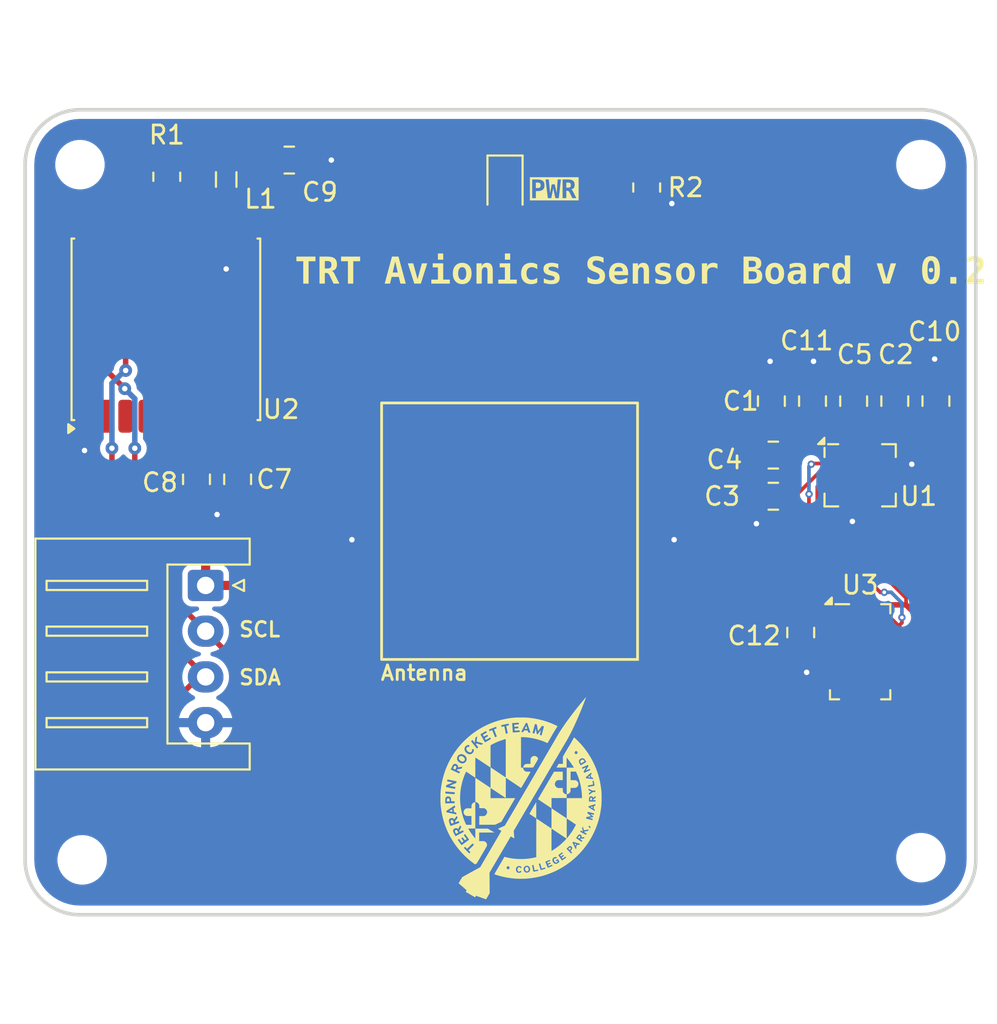
<source format=kicad_pcb>
(kicad_pcb (version 20240108) (generator "pcbnew") (generator_version "8.0")
  (layers (0 "F.Cu" signal) (31 "B.Cu" signal) (34 "B.Paste" user) (35 "F.Paste" user) (36 "B.SilkS" user "B.Silkscreen") (37 "F.SilkS" user "F.Silkscreen") (38 "B.Mask" user) (39 "F.Mask" user) (44 "Edge.Cuts" user))
  (net 0 "")
  (net 1 "GND")
  (net 2 "+3.3V")
  (net 3 "/RF_IN")
  (net 4 "/Antenna Power")
  (net 5 "Net-(U1-CAP)")
  (net 6 "Net-(U1-C1)")
  (net 7 "Net-(D1-K)")
  (net 8 "/VCC_RF")
  (net 24 "SCL1")
  (net 25 "SDA1")
  (footprint "LED_SMD:LED_0805_2012Metric" (layer "F.Cu") (at 97.25 55.1875 -90)
    (property "Reference" "D1" (hide yes))
    (property "Value" "PWR")
    (pad "1" smd roundrect (at -0.9375 0 270) (size 0.975 1.4) (layers "F.Cu" "F.Paste" "F.Mask") (net 7 "Net-(D1-K)"))
    (pad "2" smd roundrect (at 0.9375 0 270) (size 0.975 1.4) (layers "F.Cu" "F.Paste" "F.Mask") (net 2 "+3.3V"))
  )
  (footprint "PatchAntenna:SGGP.12.A" (layer "F.Cu") (at 96.992 76.111 180)
    (property "Reference" "Antenna1" (hide yes))
    (property "Value" "Antenna_Chip")
    (pad "1" smd rect (at -0.508 7.476 180) (size 1.5 1.5) (layers "F.Cu" "F.Paste" "F.Mask") (net 3 "/RF_IN"))
    (pad "2" smd rect (at -5.008 6.076 180) (size 2.3 2.3) (layers "F.Cu" "F.Paste" "F.Mask") (net 1 "GND"))
    (pad "3" smd rect (at 3.992 6.076 180) (size 2.3 2.3) (layers "F.Cu" "F.Paste" "F.Mask") (net 1 "GND"))
    (pad "4" smd rect (at -5.008 1.576 180) (size 2.3 2.3) (layers "F.Cu" "F.Paste" "F.Mask") (net 1 "GND"))
    (pad "5" smd rect (at -0.508 1.576 180) (size 2.3 2.3) (layers "F.Cu" "F.Paste" "F.Mask") (net 1 "GND"))
    (pad "6" smd rect (at 3.992 1.576 180) (size 2.3 2.3) (layers "F.Cu" "F.Paste" "F.Mask") (net 1 "GND"))
    (pad "7" smd rect (at -5.008 -2.924 180) (size 2.3 2.3) (layers "F.Cu" "F.Paste" "F.Mask") (net 1 "GND"))
    (pad "8" smd rect (at -0.508 -2.924 180) (size 2.3 2.3) (layers "F.Cu" "F.Paste" "F.Mask") (net 1 "GND"))
    (pad "9" smd rect (at 3.992 -2.924 180) (size 2.3 2.3) (layers "F.Cu" "F.Paste" "F.Mask") (net 1 "GND"))
  )
  (footprint "Package_LGA:LGA-24L_3x3.5mm_P0.43mm" (layer "F.Cu") (at 116.675 70.98)
    (property "Reference" "U1" (at 3.2 1.145 0) (layer "F.SilkS"))
    (property "Value" "LSM9DS1")
    (pad "1" smd rect (at -1.505 -1.225) (size 0.23 0.35) (layers "F.Cu" "F.Paste" "F.Mask") (net 2 "+3.3V"))
    (pad "2" smd rect (at -1.475 -0.645) (size 0.35 0.23) (layers "F.Cu" "F.Paste" "F.Mask") (net 24 "SCL1"))
    (pad "3" smd rect (at -1.475 -0.215) (size 0.35 0.23) (layers "F.Cu" "F.Paste" "F.Mask") (net 2 "+3.3V"))
    (pad "4" smd rect (at -1.475 0.215) (size 0.35 0.23) (layers "F.Cu" "F.Paste" "F.Mask") (net 25 "SDA1"))
    (pad "5" smd rect (at -1.475 0.645) (size 0.35 0.23) (layers "F.Cu" "F.Paste" "F.Mask") (net 1 "GND"))
    (pad "6" smd rect (at -1.505 1.225) (size 0.23 0.35) (layers "F.Cu" "F.Paste" "F.Mask") (net 1 "GND"))
    (pad "7" smd rect (at -1.075 1.225) (size 0.23 0.35) (layers "F.Cu" "F.Paste" "F.Mask") (net 2 "+3.3V"))
    (pad "8" smd rect (at -0.645 1.225) (size 0.23 0.35) (layers "F.Cu" "F.Paste" "F.Mask") (net 2 "+3.3V"))
    (pad "9" smd rect (at -0.215 1.225) (size 0.23 0.35) (layers "F.Cu" "F.Paste" "F.Mask"))
    (pad "10" smd rect (at 0.215 1.225) (size 0.23 0.35) (layers "F.Cu" "F.Paste" "F.Mask"))
    (pad "11" smd rect (at 0.645 1.225) (size 0.23 0.35) (layers "F.Cu" "F.Paste" "F.Mask"))
    (pad "12" smd rect (at 1.075 1.225) (size 0.23 0.35) (layers "F.Cu" "F.Paste" "F.Mask"))
    (pad "13" smd rect (at 1.505 1.225) (size 0.23 0.35) (layers "F.Cu" "F.Paste" "F.Mask"))
    (pad "14" smd rect (at 1.475 0.645) (size 0.35 0.23) (layers "F.Cu" "F.Paste" "F.Mask") (net 1 "GND"))
    (pad "15" smd rect (at 1.475 0.215) (size 0.35 0.23) (layers "F.Cu" "F.Paste" "F.Mask") (net 1 "GND"))
    (pad "16" smd rect (at 1.475 -0.215) (size 0.35 0.23) (layers "F.Cu" "F.Paste" "F.Mask") (net 1 "GND"))
    (pad "17" smd rect (at 1.475 -0.645) (size 0.35 0.23) (layers "F.Cu" "F.Paste" "F.Mask") (net 1 "GND"))
    (pad "18" smd rect (at 1.505 -1.225) (size 0.23 0.35) (layers "F.Cu" "F.Paste" "F.Mask") (net 1 "GND"))
    (pad "19" smd rect (at 1.075 -1.225) (size 0.23 0.35) (layers "F.Cu" "F.Paste" "F.Mask") (net 1 "GND"))
    (pad "20" smd rect (at 0.645 -1.225) (size 0.23 0.35) (layers "F.Cu" "F.Paste" "F.Mask") (net 1 "GND"))
    (pad "21" smd rect (at 0.215 -1.225) (size 0.23 0.35) (layers "F.Cu" "F.Paste" "F.Mask") (net 5 "Net-(U1-CAP)"))
    (pad "22" smd rect (at -0.215 -1.225) (size 0.23 0.35) (layers "F.Cu" "F.Paste" "F.Mask") (net 2 "+3.3V"))
    (pad "23" smd rect (at -0.645 -1.225) (size 0.23 0.35) (layers "F.Cu" "F.Paste" "F.Mask") (net 2 "+3.3V"))
    (pad "24" smd rect (at -1.075 -1.225) (size 0.23 0.35) (layers "F.Cu" "F.Paste" "F.Mask") (net 6 "Net-(U1-C1)"))
  )
  (footprint "MountingHole:MountingHole_2.2mm_M2" (layer "F.Cu") (at 74 54)
    (property "Reference" "H2")
    (property "Value" "MountingHole")
    (pad "" np_thru_hole circle (at 0 0) (size 2.2 2.2) (drill 2.2) (layers "*.Cu" "*.Mask"))
  )
  (footprint "Capacitor_SMD:C_0805_2012Metric" (layer "F.Cu") (at 85.45 53.75)
    (property "Reference" "C9" (at 1.675 1.75 360) (layer "F.SilkS"))
    (property "Value" "10n")
    (pad "1" smd roundrect (at -0.95 0) (size 1 1.45) (layers "F.Cu" "F.Paste" "F.Mask") (net 4 "/Antenna Power"))
    (pad "2" smd roundrect (at 0.95 0) (size 1 1.45) (layers "F.Cu" "F.Paste" "F.Mask") (net 1 "GND"))
  )
  (footprint "Inductor_SMD:L_0805_2012Metric" (layer "F.Cu") (at 82 54.8125 -90)
    (property "Reference" "L1" (at 1.0625 -1.875 180) (layer "F.SilkS"))
    (property "Value" "27n")
    (pad "1" smd roundrect (at -1.0625 0 270) (size 0.875 1.2) (layers "F.Cu" "F.Paste" "F.Mask") (net 4 "/Antenna Power"))
    (pad "2" smd roundrect (at 1.0625 0 270) (size 0.875 1.2) (layers "F.Cu" "F.Paste" "F.Mask") (net 3 "/RF_IN"))
  )
  (footprint "Capacitor_SMD:C_0805_2012Metric" (layer "F.Cu") (at 80.375 71.2 -90)
    (property "Reference" "C8" (at 0.175 2 180) (layer "F.SilkS"))
    (property "Value" "100n")
    (pad "1" smd roundrect (at -0.95 0 270) (size 1 1.45) (layers "F.Cu" "F.Paste" "F.Mask") (net 2 "+3.3V"))
    (pad "2" smd roundrect (at 0.95 0 270) (size 1 1.45) (layers "F.Cu" "F.Paste" "F.Mask") (net 1 "GND"))
  )
  (footprint "Resistor_SMD:R_0805_2012Metric" (layer "F.Cu") (at 105 55.25 -90)
    (property "Reference" "R2" (at 0 -2.125 180) (layer "F.SilkS"))
    (property "Value" "??")
    (pad "1" smd roundrect (at -0.9125 0 270) (size 1.025 1.4) (layers "F.Cu" "F.Paste" "F.Mask") (roundrect_rratio 0.243902) (net 7 "Net-(D1-K)"))
    (pad "2" smd roundrect (at 0.9125 0 270) (size 1.025 1.4) (layers "F.Cu" "F.Paste" "F.Mask") (roundrect_rratio 0.243902) (net 1 "GND"))
  )
  (footprint "MountingHole:MountingHole_2.2mm_M2" (layer "F.Cu") (at 120 91.87868)
    (property "Reference" "H4")
    (property "Value" "MountingHole")
    (pad "" np_thru_hole circle (at 0 0) (size 2.2 2.2) (drill 2.2) (layers "*.Cu" "*.Mask"))
  )
  (footprint "Capacitor_SMD:C_0805_2012Metric" (layer "F.Cu") (at 116.32 66.925 90)
    (property "Reference" "C5" (at 2.55 0.055 180) (layer "F.SilkS"))
    (property "Value" "100n")
    (pad "1" smd roundrect (at -0.95 0 90) (size 1 1.45) (layers "F.Cu" "F.Paste" "F.Mask") (net 2 "+3.3V"))
    (pad "2" smd roundrect (at 0.95 0 90) (size 1 1.45) (layers "F.Cu" "F.Paste" "F.Mask") (net 1 "GND"))
  )
  (footprint "Capacitor_SMD:C_0805_2012Metric" (layer "F.Cu") (at 111.82 66.925 90)
    (property "Reference" "C1" (at 0 -1.68 180) (layer "F.SilkS"))
    (property "Value" "10u")
    (pad "1" smd roundrect (at -0.95 0 90) (size 1 1.45) (layers "F.Cu" "F.Paste" "F.Mask") (net 2 "+3.3V"))
    (pad "2" smd roundrect (at 0.95 0 90) (size 1 1.45) (layers "F.Cu" "F.Paste" "F.Mask") (net 1 "GND"))
  )
  (footprint "Capacitor_SMD:C_0805_2012Metric" (layer "F.Cu") (at 113.425 79.575 -90)
    (property "Reference" "C12" (at 0.175 2.55 180) (layer "F.SilkS"))
    (property "Value" "100n")
    (pad "1" smd roundrect (at -0.95 0 270) (size 1 1.45) (layers "F.Cu" "F.Paste" "F.Mask") (net 2 "+3.3V"))
    (pad "2" smd roundrect (at 0.95 0 270) (size 1 1.45) (layers "F.Cu" "F.Paste" "F.Mask") (net 1 "GND"))
  )
  (footprint "Capacitor_SMD:C_0805_2012Metric" (layer "F.Cu") (at 111.925 72.125 180)
    (property "Reference" "C3" (at 2.8 0 360) (layer "F.SilkS"))
    (property "Value" "100n")
    (pad "1" smd roundrect (at -0.95 0 180) (size 1 1.45) (layers "F.Cu" "F.Paste" "F.Mask") (net 2 "+3.3V"))
    (pad "2" smd roundrect (at 0.95 0 180) (size 1 1.45) (layers "F.Cu" "F.Paste" "F.Mask") (net 1 "GND"))
  )
  (footprint "Connector_JST:JST_XH_S4B-XH-A_1x04_P2.50mm_Horizontal" (layer "F.Cu") (at 80.875 77 -90)
    (property "Reference" "J1" (hide yes))
    (property "Value" "I2C")
    (pad "1" thru_hole roundrect (at 0 0 270) (size 1.7 1.95) (drill 0.95) (layers "*.Cu" "*.Mask") (roundrect_rratio 0.147059) (net 2 "+3.3V"))
    (pad "2" thru_hole oval (at 2.5 0 270) (size 1.7 1.95) (drill 0.95) (layers "*.Cu" "*.Mask") (net 24 "SCL1"))
    (pad "3" thru_hole oval (at 5 0 270) (size 1.7 1.95) (drill 0.95) (layers "*.Cu" "*.Mask") (net 25 "SDA1"))
    (pad "4" thru_hole oval (at 7.5 0 270) (size 1.7 1.95) (drill 0.95) (layers "*.Cu" "*.Mask") (net 1 "GND"))
  )
  (footprint "MountingHole:MountingHole_2.2mm_M2" (layer "F.Cu") (at 74.12132 92)
    (property "Reference" "H3")
    (property "Value" "MountingHole")
    (pad "" np_thru_hole circle (at 0 0) (size 2.2 2.2) (drill 2.2) (layers "*.Cu" "*.Mask"))
  )
  (footprint "Capacitor_SMD:C_0805_2012Metric" (layer "F.Cu") (at 114.07 66.925 90)
    (property "Reference" "C11" (at 3.3 -0.32 180) (layer "F.SilkS"))
    (property "Value" "100n")
    (pad "1" smd roundrect (at -0.95 0 90) (size 1 1.45) (layers "F.Cu" "F.Paste" "F.Mask") (net 6 "Net-(U1-C1)"))
    (pad "2" smd roundrect (at 0.95 0 90) (size 1 1.45) (layers "F.Cu" "F.Paste" "F.Mask") (net 1 "GND"))
  )
  (footprint "Package_LGA:LGA-8_3x5mm_P1.25mm" (layer "F.Cu") (at 116.675 80.625)
    (property "Reference" "U3" (at 0 -3.65 0) (layer "F.SilkS"))
    (property "Value" "MS5611-01BA")
    (pad "1" smd rect (at -1.075 -1.875) (size 0.95 0.55) (layers "F.Cu" "F.Paste" "F.Mask") (net 2 "+3.3V"))
    (pad "2" smd rect (at -1.075 -0.625) (size 0.95 0.55) (layers "F.Cu" "F.Paste" "F.Mask") (net 2 "+3.3V"))
    (pad "3" smd rect (at -1.075 0.625) (size 0.95 0.55) (layers "F.Cu" "F.Paste" "F.Mask") (net 1 "GND"))
    (pad "4" smd rect (at -1.075 1.875) (size 0.95 0.55) (layers "F.Cu" "F.Paste" "F.Mask") (net 1 "GND"))
    (pad "5" smd rect (at 1.075 1.875) (size 0.95 0.55) (layers "F.Cu" "F.Paste" "F.Mask") (net 1 "GND"))
    (pad "6" smd rect (at 1.075 0.625) (size 0.95 0.55) (layers "F.Cu" "F.Paste" "F.Mask"))
    (pad "7" smd rect (at 1.075 -0.625) (size 0.95 0.55) (layers "F.Cu" "F.Paste" "F.Mask") (net 25 "SDA1"))
    (pad "8" smd rect (at 1.075 -1.875) (size 0.95 0.55) (layers "F.Cu" "F.Paste" "F.Mask") (net 24 "SCL1"))
  )
  (footprint "Capacitor_SMD:C_0805_2012Metric" (layer "F.Cu") (at 82.625 71.2 -90)
    (property "Reference" "C7" (at 0 -2 180) (layer "F.SilkS"))
    (property "Value" "100n")
    (pad "1" smd roundrect (at -0.95 0 270) (size 1 1.45) (layers "F.Cu" "F.Paste" "F.Mask") (net 2 "+3.3V"))
    (pad "2" smd roundrect (at 0.95 0 270) (size 1 1.45) (layers "F.Cu" "F.Paste" "F.Mask") (net 1 "GND"))
  )
  (footprint "Resistor_SMD:R_0805_2012Metric" (layer "F.Cu") (at 78.75 54.6625 90)
    (property "Reference" "R1" (at 2.2875 0 180) (layer "F.SilkS"))
    (property "Value" "10R")
    (pad "1" smd roundrect (at -0.9125 0 90) (size 1.025 1.4) (layers "F.Cu" "F.Paste" "F.Mask") (roundrect_rratio 0.243902) (net 8 "/VCC_RF"))
    (pad "2" smd roundrect (at 0.9125 0 90) (size 1.025 1.4) (layers "F.Cu" "F.Paste" "F.Mask") (roundrect_rratio 0.243902) (net 4 "/Antenna Power"))
  )
  (footprint "MountingHole:MountingHole_2.2mm_M2" (layer "F.Cu") (at 120 54)
    (property "Reference" "H1")
    (property "Value" "MountingHole")
    (pad "" np_thru_hole circle (at 0 0) (size 2.2 2.2) (drill 2.2) (layers "*.Cu" "*.Mask"))
  )
  (footprint "Capacitor_SMD:C_0805_2012Metric" (layer "F.Cu") (at 120.82 66.925 90)
    (property "Reference" "C10" (at 3.8 -0.07 180) (layer "F.SilkS"))
    (property "Value" "10n")
    (pad "1" smd roundrect (at -0.95 0 90) (size 1 1.45) (layers "F.Cu" "F.Paste" "F.Mask") (net 5 "Net-(U1-CAP)"))
    (pad "2" smd roundrect (at 0.95 0 90) (size 1 1.45) (layers "F.Cu" "F.Paste" "F.Mask") (net 1 "GND"))
  )
  (footprint "RF_GPS:ublox_MAX" (layer "F.Cu") (at 78.7 63 90)
    (property "Reference" "U2" (at -4.375 6.3 180) (layer "F.SilkS"))
    (property "Value" "MAX-M10S")
    (pad "1" smd roundrect (at -4.75 -4.4 90) (size 1.8 0.7) (layers "F.Cu" "F.Paste" "F.Mask") (net 1 "GND"))
    (pad "2" smd roundrect (at -4.75 -3.3 90) (size 1.8 0.8) (layers "F.Cu" "F.Paste" "F.Mask"))
    (pad "3" smd roundrect (at -4.75 -2.2 90) (size 1.8 0.8) (layers "F.Cu" "F.Paste" "F.Mask"))
    (pad "4" smd roundrect (at -4.75 -1.1 90) (size 1.8 0.8) (layers "F.Cu" "F.Paste" "F.Mask"))
    (pad "5" smd roundrect (at -4.75 0 90) (size 1.8 0.8) (layers "F.Cu" "F.Paste" "F.Mask"))
    (pad "6" smd roundrect (at -4.75 1.1 90) (size 1.8 0.8) (layers "F.Cu" "F.Paste" "F.Mask"))
    (pad "7" smd roundrect (at -4.75 2.2 90) (size 1.8 0.8) (layers "F.Cu" "F.Paste" "F.Mask") (net 2 "+3.3V"))
    (pad "8" smd roundrect (at -4.75 3.3 90) (size 1.8 0.8) (layers "F.Cu" "F.Paste" "F.Mask") (net 2 "+3.3V"))
    (pad "9" smd roundrect (at -4.75 4.4 90) (size 1.8 0.7) (layers "F.Cu" "F.Paste" "F.Mask"))
    (pad "10" smd roundrect (at 4.75 4.4 90) (size 1.8 0.7) (layers "F.Cu" "F.Paste" "F.Mask") (net 1 "GND"))
    (pad "11" smd roundrect (at 4.75 3.3 90) (size 1.8 0.8) (layers "F.Cu" "F.Paste" "F.Mask") (net 3 "/RF_IN"))
    (pad "12" smd roundrect (at 4.75 2.2 90) (size 1.8 0.8) (layers "F.Cu" "F.Paste" "F.Mask") (net 1 "GND"))
    (pad "13" smd roundrect (at 4.75 1.1 90) (size 1.8 0.8) (layers "F.Cu" "F.Paste" "F.Mask"))
    (pad "14" smd roundrect (at 4.75 0 90) (size 1.8 0.8) (layers "F.Cu" "F.Paste" "F.Mask") (net 8 "/VCC_RF"))
    (pad "15" smd roundrect (at 4.75 -1.1 90) (size 1.8 0.8) (layers "F.Cu" "F.Paste" "F.Mask"))
    (pad "16" smd roundrect (at 4.75 -2.2 90) (size 1.8 0.8) (layers "F.Cu" "F.Paste" "F.Mask") (net 25 "SDA1"))
    (pad "17" smd roundrect (at 4.75 -3.3 90) (size 1.8 0.8) (layers "F.Cu" "F.Paste" "F.Mask") (net 24 "SCL1"))
    (pad "18" smd roundrect (at 4.75 -4.4 90) (size 1.8 0.7) (layers "F.Cu" "F.Paste" "F.Mask"))
  )
  (footprint "Capacitor_SMD:C_0805_2012Metric" (layer "F.Cu") (at 111.925 69.875 180)
    (property "Reference" "C4" (at 2.675 -0.25 180) (layer "F.SilkS"))
    (property "Value" "100n")
    (pad "1" smd roundrect (at -0.95 0 180) (size 1 1.45) (layers "F.Cu" "F.Paste" "F.Mask") (net 2 "+3.3V"))
    (pad "2" smd roundrect (at 0.95 0 180) (size 1 1.45) (layers "F.Cu" "F.Paste" "F.Mask") (net 1 "GND"))
  )
  (footprint "Capacitor_SMD:C_0805_2012Metric" (layer "F.Cu") (at 118.57 66.925 90)
    (property "Reference" "C2" (at 2.55 0.055 180) (layer "F.SilkS"))
    (property "Value" "100n")
    (pad "1" smd roundrect (at -0.95 0 90) (size 1 1.45) (layers "F.Cu" "F.Paste" "F.Mask") (net 2 "+3.3V"))
    (pad "2" smd roundrect (at 0.95 0 90) (size 1 1.45) (layers "F.Cu" "F.Paste" "F.Mask") (net 1 "GND"))
  )
  (footprint "LOGO" (layer "F.Cu") (at 98.125339 88.130512)
    (property "Reference" "G***" (hide yes))
    (property "Value" "LOGO" (hide yes))
  )
  (gr_line (start 74 95) (end 120 95) (stroke (width 0.2)) (layer "Edge.Cuts"))
  (gr_line (start 123 92) (end 123 54) (stroke (width 0.2)) (layer "Edge.Cuts"))
  (gr_arc (start 71 54) (mid 71.87868 51.87868) (end 74 51) (stroke (width 0.2)) (layer "Edge.Cuts"))
  (gr_arc (start 120 51) (mid 122.12132 51.87868) (end 123 54) (stroke (width 0.2)) (layer "Edge.Cuts"))
  (gr_line (start 120 51) (end 74 51) (stroke (width 0.2)) (layer "Edge.Cuts"))
  (gr_line (start 71 54) (end 71 92) (stroke (width 0.2)) (layer "Edge.Cuts"))
  (gr_arc (start 74 95) (mid 71.87868 94.12132) (end 71 92) (stroke (width 0.2)) (layer "Edge.Cuts"))
  (gr_arc (start 123 92) (mid 122.12132 94.12132) (end 120 95) (stroke (width 0.2)) (layer "Edge.Cuts"))
  (gr_text "Antenna" (at 90.375 82.25 0) (layer "F.SilkS") (effects (font (size 0.8 0.8) (thickness 0.153)) (justify left bottom)))
  (gr_text "SDA" (at 82.625 82.5 0) (layer "F.SilkS") (effects (font (size 0.8 0.8) (thickness 0.153)) (justify left bottom)))
  (gr_text "SCL" (at 82.625 79.875 0) (layer "F.SilkS") (effects (font (size 0.8 0.8) (thickness 0.153)) (justify left bottom)))
  (gr_text "PWR" (at 98.625 56 0) (layer "F.SilkS" knockout) (effects (font (size 1 1) (thickness 0.25) (bold yes)) (justify left bottom)))
  (gr_text "TRT Avionics Sensor Board v 0.2" (at 85.75 60.75 0) (layer "F.SilkS") (effects (font (size 1.45 1.45) (thickness 0.35) (bold yes)) (justify left bottom)))
  (segment (start 115.17 72.665) (end 116.005 73.5) (width 0.2) (layer "F.Cu") (net 1))
  (segment (start 111 73.625) (end 110.975 73.6) (width 0.5) (layer "F.Cu") (net 1))
  (segment (start 97.5 74.535) (end 93 74.535) (width 0.5) (layer "F.Cu") (net 1))
  (segment (start 102 79.035) (end 102 74.535) (width 0.5) (layer "F.Cu") (net 1))
  (segment (start 117.75 82.5) (end 115.6 82.5) (width 0.5) (layer "F.Cu") (net 1))
  (segment (start 115.2 71.625) (end 115.17 71.655) (width 0.2) (layer "F.Cu") (net 1))
  (segment (start 115.17 72.205) (end 115.17 72.665) (width 0.2) (layer "F.Cu") (net 1))
  (segment (start 111.82 64.82) (end 111.75 64.75) (width 0.5) (layer "F.Cu") (net 1))
  (segment (start 110.975 70.07) (end 111.17 69.875) (width 0.5) (layer "F.Cu") (net 1))
  (segment (start 105 56.1625) (end 106.3375 56.1625) (width 0.5) (layer "F.Cu") (net 1))
  (segment (start 118.15 70.335) (end 118.15 70.765) (width 0.2) (layer "F.Cu") (net 1))
  (segment (start 117.32 69.755) (end 117.75 69.755) (width 0.2) (layer "F.Cu") (net 1))
  (segment (start 115.6 81.25) (end 114.5 81.25) (width 0.5) (layer "F.Cu") (net 1))
  (segment (start 80.375 72.15) (end 81.5 72.15) (width 0.5) (layer "F.Cu") (net 1))
  (segment (start 118.18 70.305) (end 118.15 70.335) (width 0.2) (layer "F.Cu") (net 1))
  (segment (start 118.18 69.755) (end 118.18 70.305) (width 0.2) (layer "F.Cu") (net 1))
  (segment (start 118.15 71.195) (end 118.15 71.625) (width 0.2) (layer "F.Cu") (net 1))
  (segment (start 114.5 81.25) (end 114.15 81.25) (width 0.5) (layer "F.Cu") (net 1))
  (segment (start 120.82 65.975) (end 118.57 65.975) (width 0.5) (layer "F.Cu") (net 1))
  (segment (start 97.5 79.035) (end 102 79.035) (width 0.5) (layer "F.Cu") (net 1))
  (segment (start 117.75 69.755) (end 118.18 69.755) (width 0.2) (layer "F.Cu") (net 1))
  (segment (start 119.46 70.335) (end 118.15 70.335) (width 0.2) (layer "F.Cu") (net 1))
  (segment (start 114.15 81.25) (end 113.425 80.525) (width 0.5) (layer "F.Cu") (net 1))
  (segment (start 74.3 67.75) (end 74.3 69.575) (width 0.5) (layer "F.Cu") (net 1))
  (segment (start 102 74.535) (end 106.465 74.535) (width 0.5) (layer "F.Cu") (net 1))
  (segment (start 81.5 72.15) (end 81.5 73.125) (width 0.5) (layer "F.Cu") (net 1))
  (segment (start 118.57 65.975) (end 116.32 65.975) (width 0.5) (layer "F.Cu") (net 1))
  (segment (start 102 70.035) (end 102 74.535) (width 0.5) (layer "F.Cu") (net 1))
  (segment (start 86.4 53.75) (end 87.75 53.75) (width 0.5) (layer "F.Cu") (net 1))
  (segment (start 106.3375 56.1625) (end 106.375 56.125) (width 0.5) (layer "F.Cu") (net 1))
  (segment (start 110.975 73.6) (end 110.975 70.07) (width 0.5) (layer "F.Cu") (net 1))
  (segment (start 120.82 65.975) (end 120.82 64.695) (width 0.5) (layer "F.Cu") (net 1))
  (segment (start 114.5 81.25) (end 114 81.75) (width 0.5) (layer "F.Cu") (net 1))
  (segment (start 102 74.535) (end 97.5 74.535) (width 0.5) (layer "F.Cu") (net 1))
  (segment (start 81.5 72.15) (end 82.625 72.15) (width 0.5) (layer "F.Cu") (net 1))
  (segment (start 115.6 82.5) (end 115.6 81.25) (width 0.5) (layer "F.Cu") (net 1))
  (segment (start 93 79.035) (end 97.5 79.035) (width 0.5) (layer "F.Cu") (net 1))
  (segment (start 114 81.75) (end 113.75 81.75) (width 0.5) (layer "F.Cu") (net 1))
  (segment (start 106.465 74.535) (end 106.5 74.5) (width 0.5) (layer "F.Cu") (net 1))
  (segment (start 74.3 69.575) (end 74.25 69.625) (width 0.5) (layer "F.Cu") (net 1))
  (segment (start 82.425 59.7) (end 83.1 59.025) (width 0.5) (layer "F.Cu") (net 1))
  (segment (start 80.9 59.15) (end 81.45 59.7) (width 0.5) (layer "F.Cu") (net 1))
  (segment (start 119.5 70.375) (end 119.46 70.335) (width 0.2) (layer "F.Cu") (net 1))
  (segment (start 115.17 71.655) (end 115.17 72.205) (width 0.2) (layer "F.Cu") (net 1))
  (segment (start 114.07 64.805) (end 114.125 64.75) (width 0.5) (layer "F.Cu") (net 1))
  (segment (start 114.07 65.975) (end 114.07 64.805) (width 0.5) (layer "F.Cu") (net 1))
  (segment (start 116.005 73.5) (end 116.25 73.5) (width 0.2) (layer "F.Cu") (net 1))
  (segment (start 80.9 58.25) (end 80.9 59.15) (width 0.5) (layer "F.Cu") (net 1))
  (segment (start 83.1 59.025) (end 83.1 58.25) (width 0.5) (layer "F.Cu") (net 1))
  (segment (start 118.15 70.765) (end 118.15 71.195) (width 0.2) (layer "F.Cu") (net 1))
  (segment (start 97.5 79.035) (end 97.5 74.535) (width 0.5) (layer "F.Cu") (net 1))
  (segment (start 93 70.035) (end 93 74.535) (width 0.5) (layer "F.Cu") (net 1))
  (segment (start 81.45 59.7) (end 82.425 59.7) (width 0.5) (layer "F.Cu") (net 1))
  (segment (start 88.91 74.535) (end 88.875 74.5) (width 0.5) (layer "F.Cu") (net 1))
  (segment (start 93 74.535) (end 88.91 74.535) (width 0.5) (layer "F.Cu") (net 1))
  (segment (start 120.82 64.695) (end 120.75 64.625) (width 0.5) (layer "F.Cu") (net 1))
  (segment (start 93 74.535) (end 93 79.035) (width 0.5) (layer "F.Cu") (net 1))
  (segment (start 114.07 65.975) (end 116.32 65.975) (width 0.5) (layer "F.Cu") (net 1))
  (segment (start 111.82 65.975) (end 111.82 64.82) (width 0.5) (layer "F.Cu") (net 1))
  (via (at 111.75 64.75) (size 0.7) (drill 0.3) (layers "F.Cu" "B.Cu") (net 1))
  (via (at 116.25 73.5) (size 0.7) (drill 0.3) (layers "F.Cu" "B.Cu") (net 1))
  (via (at 119.5 70.375) (size 0.7) (drill 0.3) (layers "F.Cu" "B.Cu") (net 1))
  (via (at 120.75 64.625) (size 0.7) (drill 0.3) (layers "F.Cu" "B.Cu") (net 1))
  (via (at 106.5 74.5) (size 0.7) (drill 0.3) (layers "F.Cu" "B.Cu") (net 1))
  (via (at 74.25 69.625) (size 0.7) (drill 0.3) (layers "F.Cu" "B.Cu") (net 1))
  (via (at 114.125 64.75) (size 0.7) (drill 0.3) (layers "F.Cu" "B.Cu") (net 1))
  (via (at 111 73.625) (size 0.7) (drill 0.3) (layers "F.Cu" "B.Cu") (net 1))
  (via (at 106.375 56.125) (size 0.7) (drill 0.3) (layers "F.Cu" "B.Cu") (net 1))
  (via (at 113.75 81.75) (size 0.7) (drill 0.3) (layers "F.Cu" "B.Cu") (net 1))
  (via (at 87.75 53.75) (size 0.7) (drill 0.3) (layers "F.Cu" "B.Cu") (net 1))
  (via (at 82 59.7) (size 0.7) (drill 0.3) (layers "F.Cu" "B.Cu") (net 1))
  (via (at 88.875 74.5) (size 0.7) (drill 0.3) (layers "F.Cu" "B.Cu") (net 1))
  (via (at 81.5 73.125) (size 0.7) (drill 0.3) (layers "F.Cu" "B.Cu") (net 1))
  (segment (start 113 67.025) (end 115.47 67.025) (width 0.3) (layer "F.Cu") (net 2))
  (segment (start 78.5 70.875) (end 79.125 70.25) (width 0.5) (layer "F.Cu") (net 2))
  (segment (start 98.25 57.125) (end 97.25 56.125) (width 0.3) (layer "F.Cu") (net 2))
  (segment (start 118.57 67.875) (end 116.32 67.875) (width 0.5) (layer "F.Cu") (net 2))
  (segment (start 88.125 88.875) (end 109 88.875) (width 0.5) (layer "F.Cu") (net 2))
  (segment (start 112.67 67.025) (end 113 67.025) (width 0.3) (layer "F.Cu") (net 2))
  (segment (start 84.375 78.875) (end 84.375 85.125) (width 0.5) (layer "F.Cu") (net 2))
  (segment (start 112.895 61.27) (end 108.75 57.125) (width 0.3) (layer "F.Cu") (net 2))
  (segment (start 112.875 69.375) (end 111.82 68.32) (width 0.5) (layer "F.Cu") (net 2))
  (segment (start 112.875 72.125) (end 112.875 70.07) (width 0.5) (layer "F.Cu") (net 2))
  (segment (start 113.125 72.125) (end 114.485 70.765) (width 0.2) (layer "F.Cu") (net 2))
  (segment (start 112.93 69.875) (end 112.875 69.875) (width 0.5) (layer "F.Cu") (net 2))
  (segment (start 113 67.025) (end 112.895 66.92) (width 0.3) (layer "F.Cu") (net 2))
  (segment (start 108.75 57.125) (end 98.25 57.125) (width 0.3) (layer "F.Cu") (net 2))
  (segment (start 113.425 73.8) (end 112.875 73.25) (width 0.5) (layer "F.Cu") (net 2))
  (segment (start 112 79.25) (end 112.625 78.625) (width 0.5) (layer "F.Cu") (net 2))
  (segment (start 80.375 70.25) (end 82.625 70.25) (width 0.5) (layer "F.Cu") (net 2))
  (segment (start 112.875 73.25) (end 112.875 72.375) (width 0.5) (layer "F.Cu") (net 2))
  (segment (start 116.03 68.165) (end 116.32 67.875) (width 0.2) (layer "F.Cu") (net 2))
  (segment (start 79.125 70.25) (end 80.375 70.25) (width 0.5) (layer "F.Cu") (net 2))
  (segment (start 80.9 67.75) (end 80.9 68.6) (width 0.5) (layer "F.Cu") (net 2))
  (segment (start 115.47 67.025) (end 116.32 67.875) (width 0.3) (layer "F.Cu") (net 2))
  (segment (start 78.5 73.125) (end 78.5 70.875) (width 0.5) (layer "F.Cu") (net 2))
  (segment (start 112.875 69.875) (end 112.875 69.375) (width 0.5) (layer "F.Cu") (net 2))
  (segment (start 80.875 77) (end 80.875 75.5) (width 0.5) (layer "F.Cu") (net 2))
  (segment (start 109 88.875) (end 112 85.875) (width 0.5) (layer "F.Cu") (net 2))
  (segment (start 115.6 78.75) (end 113.55 78.75) (width 0.5) (layer "F.Cu") (net 2))
  (segment (start 116.46 69.755) (end 116.46 69.159314) (width 0.2) (layer "F.Cu") (net 2))
  (segment (start 113.55 78.75) (end 113.425 78.625) (width 0.5) (layer "F.Cu") (net 2))
  (segment (start 116.03 69.755) (end 116.03 68.165) (width 0.2) (layer "F.Cu") (net 2))
  (segment (start 112.875 72.375) (end 113.125 72.125) (width 0.5) (layer "F.Cu") (net 2))
  (segment (start 84.375 85.125) (end 88.125 88.875) (width 0.5) (layer "F.Cu") (net 2))
  (segment (start 117.744314 67.875) (end 118.57 67.875) (width 0.2) (layer "F.Cu") (net 2))
  (segment (start 112.625 78.625) (end 113.425 78.625) (width 0.5) (layer "F.Cu") (net 2))
  (segment (start 82.625 69.25) (end 82.625 70.125) (width 0.5) (layer "F.Cu") (net 2))
  (segment (start 113.425 78.625) (end 113.425 73.8) (width 0.5) (layer "F.Cu") (net 2))
  (segment (start 112 85.875) (end 112 79.25) (width 0.5) (layer "F.Cu") (net 2))
  (segment (start 115.6 80) (end 115.6 78.75) (width 0.5) (layer "F.Cu") (net 2))
  (segment (start 80.875 75.5) (end 78.5 73.125) (width 0.5) (layer "F.Cu") (net 2))
  (segment (start 80.9 68.6) (end 80.25 69.25) (width 0.5) (layer "F.Cu") (net 2))
  (segment (start 112.995 69.755) (end 115.17 69.755) (width 0.2) (layer "F.Cu") (net 2))
  (segment (start 80.875 77) (end 82.5 77) (width 0.5) (layer "F.Cu") (net 2))
  (segment (start 111.82 67.875) (end 112.67 67.025) (width 0.3) (layer "F.Cu") (net 2))
  (segment (start 82 67.75) (end 82 68.625) (width 0.5) (layer "F.Cu") (net 2))
  (segment (start 82.5 77) (end 84.375 78.875) (width 0.5) (layer "F.Cu") (net 2))
  (segment (start 111.82 68.32) (end 111.82 67.875) (width 0.5) (layer "F.Cu") (net 2))
  (segment (start 82 68.625) (end 82.625 69.25) (width 0.5) (layer "F.Cu") (net 2))
  (segment (start 116.46 69.159314) (end 117.744314 67.875) (width 0.2) (layer "F.Cu") (net 2))
  (segment (start 114.485 70.765) (end 115.2 70.765) (width 0.2) (layer "F.Cu") (net 2))
  (segment (start 112.875 69.875) (end 112.995 69.755) (width 0.2) (layer "F.Cu") (net 2))
  (segment (start 112.895 66.92) (end 112.895 61.27) (width 0.3) (layer "F.Cu") (net 2))
  (segment (start 80.25 69.25) (end 80.25 70.25) (width 0.5) (layer "F.Cu") (net 2))
  (segment (start 82.625 70.125) (end 82.5 70.25) (width 0.5) (layer "F.Cu") (net 2))
  (segment (start 82 58.25) (end 82 55.875) (width 0.3) (layer "F.Cu") (net 3))
  (segment (start 84.75 55.875) (end 82 55.875) (width 0.3) (layer "F.Cu") (net 3))
  (segment (start 97.5 68.625) (end 84.75 55.875) (width 0.3) (layer "F.Cu") (net 3))
  (segment (start 97.5 68.635) (end 97.5 68.625) (width 0.3) (layer "F.Cu") (net 3))
  (segment (start 82 53.75) (end 84.5 53.75) (width 0.5) (layer "F.Cu") (net 4))
  (segment (start 78.75 53.75) (end 82 53.75) (width 0.5) (layer "F.Cu") (net 4))
  (segment (start 116.89 69.755) (end 116.89 69.295) (width 0.2) (layer "F.Cu") (net 5))
  (segment (start 117.435 68.75) (end 119.945 68.75) (width 0.2) (layer "F.Cu") (net 5))
  (segment (start 116.89 69.295) (end 117.435 68.75) (width 0.2) (layer "F.Cu") (net 5))
  (segment (start 119.945 68.75) (end 120.82 67.875) (width 0.2) (layer "F.Cu") (net 5))
  (segment (start 115.6 69.405) (end 114.07 67.875) (width 0.2) (layer "F.Cu") (net 6))
  (segment (start 115.6 69.755) (end 115.6 69.405) (width 0.2) (layer "F.Cu") (net 6))
  (segment (start 97.25 54.25) (end 104.9125 54.25) (width 0.3) (layer "F.Cu") (net 7))
  (segment (start 104.9125 54.25) (end 105 54.3375) (width 0.3) (layer "F.Cu") (net 7))
  (segment (start 78.7 58.25) (end 78.7 55.625) (width 0.5) (layer "F.Cu") (net 8))
  (segment (start 78.7 55.625) (end 78.75 55.575) (width 0.5) (layer "F.Cu") (net 8))
  (segment (start 119 83.25) (end 119 79.5) (width 0.3) (layer "F.Cu") (net 24))
  (segment (start 113.875 73.472182) (end 117.777818 77.375) (width 0.2) (layer "F.Cu") (net 24))
  (segment (start 82.875 87.125) (end 86.125 90.375) (width 0.3) (layer "F.Cu") (net 24))
  (segment (start 119 79.5) (end 118.75 79.25) (width 0.3) (layer "F.Cu") (net 24))
  (segment (start 118.958946 78.75) (end 118.958946 79.041054) (width 0.2) (layer "F.Cu") (net 24))
  (segment (start 111.875 90.375) (end 119 83.25) (width 0.3) (layer "F.Cu") (net 24))
  (segment (start 113.875 72.011398) (end 113.875 73.472182) (width 0.2) (layer "F.Cu") (net 24))
  (segment (start 75.4 65.194975) (end 75.4 58.25) (width 0.3) (layer "F.Cu") (net 24))
  (segment (start 114.04 70.335) (end 115.2 70.335) (width 0.2) (layer "F.Cu") (net 24))
  (segment (start 113.880699 72.005699) (end 113.875 72.011398) (width 0.2) (layer "F.Cu") (net 24))
  (segment (start 118.25 78.75) (end 117.75 78.75) (width 0.3) (layer "F.Cu") (net 24))
  (segment (start 80.875 79.5) (end 77 75.625) (width 0.3) (layer "F.Cu") (net 24))
  (segment (start 114 70.375) (end 114.04 70.335) (width 0.2) (layer "F.Cu") (net 24))
  (segment (start 76.45 66.244975) (end 75.4 65.194975) (width 0.3) (layer "F.Cu") (net 24))
  (segment (start 117.777818 77.375) (end 117.994303 77.375) (width 0.2) (layer "F.Cu") (net 24))
  (segment (start 82.875 81.5) (end 82.875 87.125) (width 0.3) (layer "F.Cu") (net 24))
  (segment (start 77 75.625) (end 77 69.5) (width 0.3) (layer "F.Cu") (net 24))
  (segment (start 80.875 79.5) (end 82.875 81.5) (width 0.3) (layer "F.Cu") (net 24))
  (segment (start 86.125 90.375) (end 111.875 90.375) (width 0.3) (layer "F.Cu") (net 24))
  (segment (start 118.958946 79.041054) (end 118.75 79.25) (width 0.2) (layer "F.Cu") (net 24))
  (segment (start 118.75 79.25) (end 118.25 78.75) (width 0.3) (layer "F.Cu") (net 24))
  (via (at 113.880699 72.005699) (size 0.4) (drill 0.2) (layers "F.Cu" "B.Cu") (net 24))
  (via (at 117.994303 77.375) (size 0.4) (drill 0.2) (layers "F.Cu" "B.Cu") (net 24))
  (via (at 77 69.5) (size 0.7) (drill 0.3) (layers "F.Cu" "B.Cu") (net 24))
  (via (at 76.45 66.244975) (size 0.7) (drill 0.3) (layers "F.Cu" "B.Cu") (net 24))
  (via (at 114 70.375) (size 0.4) (drill 0.2) (layers "F.Cu" "B.Cu") (net 24))
  (via (at 118.958946 78.75) (size 0.4) (drill 0.2) (layers "F.Cu" "B.Cu") (net 24))
  (segment (start 77 66.794975) (end 77 69.5) (width 0.3) (layer "B.Cu") (net 24))
  (segment (start 113.875 70.5) (end 114 70.375) (width 0.2) (layer "B.Cu") (net 24))
  (segment (start 118.958946 78.75) (end 118.958946 77.958946) (width 0.2) (layer "B.Cu") (net 24))
  (segment (start 118.958946 77.958946) (end 118.375 77.375) (width 0.2) (layer "B.Cu") (net 24))
  (segment (start 113.880699 72.005699) (end 113.875 72) (width 0.2) (layer "B.Cu") (net 24))
  (segment (start 113.875 72) (end 113.875 70.5) (width 0.2) (layer "B.Cu") (net 24))
  (segment (start 118.375 77.375) (end 117.994303 77.375) (width 0.2) (layer "B.Cu") (net 24))
  (segment (start 76.45 66.244975) (end 77 66.794975) (width 0.3) (layer "B.Cu") (net 24))
  (segment (start 120 84.75) (end 113 91.75) (width 0.3) (layer "F.Cu") (net 25))
  (segment (start 116.8125 78.0625) (end 116.625 78.25) (width 0.3) (layer "F.Cu") (net 25))
  (segment (start 78.875 86.125) (end 78.875 83.625) (width 0.3) (layer "F.Cu") (net 25))
  (segment (start 119.1875 78.0625) (end 120 78.875) (width 0.3) (layer "F.Cu") (net 25))
  (segment (start 78.875 83.625) (end 80.5 82) (width 0.3) (layer "F.Cu") (net 25))
  (segment (start 114.330699 71.604301) (end 114.74 71.195) (width 0.2) (layer "F.Cu") (net 25))
  (segment (start 75.75 76.875) (end 75.75 69.5) (width 0.3) (layer "F.Cu") (net 25))
  (segment (start 120 78.875) (end 120 84.75) (width 0.3) (layer "F.Cu") (net 25))
  (segment (start 80.875 82) (end 75.75 76.875) (width 0.3) (layer "F.Cu") (net 25))
  (segment (start 114.330699 72.830699) (end 114.330699 71.604301) (width 0.2) (layer "F.Cu") (net 25))
  (segment (start 84.5 91.75) (end 78.875 86.125) (width 0.3) (layer "F.Cu") (net 25))
  (segment (start 119.1875 77.6875) (end 114.330699 72.830699) (width 0.2) (layer "F.Cu") (net 25))
  (segment (start 114.74 71.195) (end 115.2 71.195) (width 0.2) (layer "F.Cu") (net 25))
  (segment (start 116.625 78.25) (end 116.625 79.5) (width 0.3) (layer "F.Cu") (net 25))
  (segment (start 80.5 82) (end 80.875 82) (width 0.3) (layer "F.Cu") (net 25))
  (segment (start 76.5 65.25) (end 76.5 58.25) (width 0.3) (layer "F.Cu") (net 25))
  (segment (start 116.625 79.5) (end 117.125 80) (width 0.3) (layer "F.Cu") (net 25))
  (segment (start 119.1875 78.0625) (end 116.8125 78.0625) (width 0.3) (layer "F.Cu") (net 25))
  (segment (start 117.125 80) (end 117.75 80) (width 0.3) (layer "F.Cu") (net 25))
  (segment (start 113 91.75) (end 84.5 91.75) (width 0.3) (layer "F.Cu") (net 25))
  (segment (start 119.1875 78.0625) (end 119.1875 77.6875) (width 0.2) (layer "F.Cu") (net 25))
  (via (at 75.75 69.5) (size 0.7) (drill 0.3) (layers "F.Cu" "B.Cu") (net 25))
  (via (at 76.5 65.25) (size 0.7) (drill 0.3) (layers "F.Cu" "B.Cu") (net 25))
  (segment (start 76.5 65.25) (end 76.455025 65.25) (width 0.3) (layer "B.Cu") (net 25))
  (segment (start 75.75 65.955025) (end 75.75 69.5) (width 0.3) (layer "B.Cu") (net 25))
  (segment (start 76.455025 65.25) (end 75.75 65.955025) (width 0.3) (layer "B.Cu") (net 25))
  (zone (net 1) (net_name "GND") (layer "B.Cu") (connect_pads (clearance 0.3)) (min_thickness 0.25) (fill yes (thermal_gap 0.5) (thermal_bridge_width 0.5))
    (polygon (pts (xy 70 45) (xy 70 101) (xy 124 101) (xy 124 45)))
  )
)
</source>
